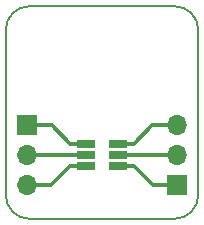
<source format=gbr>
G04 #@! TF.GenerationSoftware,KiCad,Pcbnew,5.1.6-c6e7f7d~86~ubuntu20.04.1*
G04 #@! TF.CreationDate,2020-05-17T01:14:59+03:00*
G04 #@! TF.ProjectId,BRK-SOT-23-6,42524b2d-534f-4542-9d32-332d362e6b69,v1.1*
G04 #@! TF.SameCoordinates,Original*
G04 #@! TF.FileFunction,Copper,L1,Top*
G04 #@! TF.FilePolarity,Positive*
%FSLAX46Y46*%
G04 Gerber Fmt 4.6, Leading zero omitted, Abs format (unit mm)*
G04 Created by KiCad (PCBNEW 5.1.6-c6e7f7d~86~ubuntu20.04.1) date 2020-05-17 01:14:59*
%MOMM*%
%LPD*%
G01*
G04 APERTURE LIST*
G04 #@! TA.AperFunction,Profile*
%ADD10C,0.150000*%
G04 #@! TD*
G04 #@! TA.AperFunction,SMDPad,CuDef*
%ADD11R,1.560000X0.650000*%
G04 #@! TD*
G04 #@! TA.AperFunction,ComponentPad*
%ADD12O,1.700000X1.700000*%
G04 #@! TD*
G04 #@! TA.AperFunction,ComponentPad*
%ADD13R,1.700000X1.700000*%
G04 #@! TD*
G04 #@! TA.AperFunction,Conductor*
%ADD14C,0.300000*%
G04 #@! TD*
G04 APERTURE END LIST*
D10*
X53000000Y-68000000D02*
G75*
G02*
X51000000Y-66000000I0J2000000D01*
G01*
X67300000Y-66000000D02*
G75*
G02*
X65300000Y-68000000I-2000000J0D01*
G01*
X65300000Y-50000000D02*
G75*
G02*
X67300000Y-52000000I0J-2000000D01*
G01*
X51000000Y-52000000D02*
G75*
G02*
X53000000Y-50000000I2000000J0D01*
G01*
X65300000Y-68000000D02*
X53000000Y-68000000D01*
X67300000Y-52000000D02*
X67300000Y-66000000D01*
X53000000Y-50000000D02*
X65300000Y-50000000D01*
X51000000Y-66000000D02*
X51000000Y-52000000D01*
D11*
X60500000Y-62600000D03*
X60500000Y-61650000D03*
X60500000Y-63550000D03*
X57800000Y-63550000D03*
X57800000Y-62600000D03*
X57800000Y-61650000D03*
D12*
X65500000Y-60100000D03*
X65500000Y-62640000D03*
D13*
X65500000Y-65180000D03*
D12*
X52800000Y-65180000D03*
X52800000Y-62640000D03*
D13*
X52800000Y-60100000D03*
D14*
X54920000Y-60100000D02*
X52800000Y-60100000D01*
X56470000Y-61650000D02*
X57800000Y-61650000D01*
X54920000Y-60100000D02*
X56470000Y-61650000D01*
X52840000Y-62600000D02*
X52800000Y-62640000D01*
X57820000Y-62600000D02*
X52840000Y-62600000D01*
X54800000Y-65180000D02*
X52800000Y-65180000D01*
X56430000Y-63550000D02*
X57800000Y-63550000D01*
X54800000Y-65180000D02*
X56430000Y-63550000D01*
X63500000Y-65180000D02*
X65500000Y-65180000D01*
X61870000Y-63550000D02*
X60500000Y-63550000D01*
X61870000Y-63550000D02*
X63500000Y-65180000D01*
X65460000Y-62600000D02*
X65500000Y-62640000D01*
X60480000Y-62600000D02*
X65460000Y-62600000D01*
X63380000Y-60100000D02*
X65500000Y-60100000D01*
X61830000Y-61650000D02*
X60500000Y-61650000D01*
X63380000Y-60100000D02*
X61830000Y-61650000D01*
M02*

</source>
